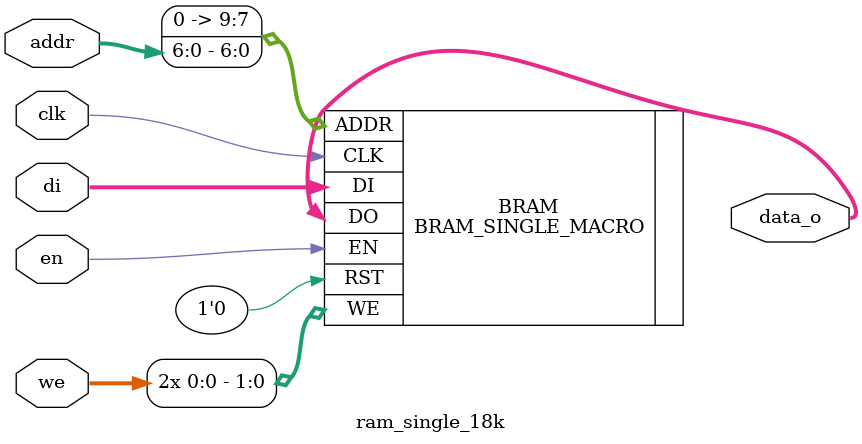
<source format=v>
`ifndef _RAM_SINGLE_18K_V_
`define _RAM_SINGLE_18K_V_
`default_nettype none

module ram_single_18k #(
   parameter INITFILE      = "",
   parameter ADDRESS_WIDTH = 7,
   parameter DATA_WIDTH    = 16,
   parameter INIT_00       = 256'h0000000000000000000000000000000000000000000000000000000000000000,
   parameter INIT_01       = 256'h0000000000000000000000000000000000000000000000000000000000000000,
   parameter INIT_02       = 256'h0000000000000000000000000000000000000000000000000000000000000000,
   parameter INIT_03       = 256'h0000000000000000000000000000000000000000000000000000000000000000,
   parameter INIT_04       = 256'h0000000000000000000000000000000000000000000000000000000000000000,
   parameter INIT_05       = 256'h0000000000000000000000000000000000000000000000000000000000000000,
   parameter INIT_06       = 256'h0000000000000000000000000000000000000000000000000000000000000000,
   parameter INIT_07       = 256'h0000000000000000000000000000000000000000000000000000000000000000,
   parameter INIT_08       = 256'h0000000000000000000000000000000000000000000000000000000000000000,
   parameter INIT_09       = 256'h0000000000000000000000000000000000000000000000000000000000000000,
   parameter INIT_0A       = 256'h0000000000000000000000000000000000000000000000000000000000000000,
   parameter INIT_0B       = 256'h0000000000000000000000000000000000000000000000000000000000000000,
   parameter INIT_0C       = 256'h0000000000000000000000000000000000000000000000000000000000000000,
   parameter INIT_0D       = 256'h0000000000000000000000000000000000000000000000000000000000000000,
   parameter INIT_0E       = 256'h0000000000000000000000000000000000000000000000000000000000000000,
   parameter INIT_0F       = 256'h0000000000000000000000000000000000000000000000000000000000000000,
   parameter INIT_10       = 256'h0000000000000000000000000000000000000000000000000000000000000000,
   parameter INIT_11       = 256'h0000000000000000000000000000000000000000000000000000000000000000,
   parameter INIT_12       = 256'h0000000000000000000000000000000000000000000000000000000000000000,
   parameter INIT_13       = 256'h0000000000000000000000000000000000000000000000000000000000000000,
   parameter INIT_14       = 256'h0000000000000000000000000000000000000000000000000000000000000000,
   parameter INIT_15       = 256'h0000000000000000000000000000000000000000000000000000000000000000,
   parameter INIT_16       = 256'h0000000000000000000000000000000000000000000000000000000000000000,
   parameter INIT_17       = 256'h0000000000000000000000000000000000000000000000000000000000000000,
   parameter INIT_18       = 256'h0000000000000000000000000000000000000000000000000000000000000000,
   parameter INIT_19       = 256'h0000000000000000000000000000000000000000000000000000000000000000,
   parameter INIT_1A       = 256'h0000000000000000000000000000000000000000000000000000000000000000,
   parameter INIT_1B       = 256'h0000000000000000000000000000000000000000000000000000000000000000,
   parameter INIT_1C       = 256'h0000000000000000000000000000000000000000000000000000000000000000,
   parameter INIT_1D       = 256'h0000000000000000000000000000000000000000000000000000000000000000,
   parameter INIT_1E       = 256'h0000000000000000000000000000000000000000000000000000000000000000,
   parameter INIT_1F       = 256'h0000000000000000000000000000000000000000000000000000000000000000,
   parameter INIT_20       = 256'h0000000000000000000000000000000000000000000000000000000000000000,
   parameter INIT_21       = 256'h0000000000000000000000000000000000000000000000000000000000000000,
   parameter INIT_22       = 256'h0000000000000000000000000000000000000000000000000000000000000000,
   parameter INIT_23       = 256'h0000000000000000000000000000000000000000000000000000000000000000,
   parameter INIT_24       = 256'h0000000000000000000000000000000000000000000000000000000000000000,
   parameter INIT_25       = 256'h0000000000000000000000000000000000000000000000000000000000000000,
   parameter INIT_26       = 256'h0000000000000000000000000000000000000000000000000000000000000000,
   parameter INIT_27       = 256'h0000000000000000000000000000000000000000000000000000000000000000,
   parameter INIT_28       = 256'h0000000000000000000000000000000000000000000000000000000000000000,
   parameter INIT_29       = 256'h0000000000000000000000000000000000000000000000000000000000000000,
   parameter INIT_2A       = 256'h0000000000000000000000000000000000000000000000000000000000000000,
   parameter INIT_2B       = 256'h0000000000000000000000000000000000000000000000000000000000000000,
   parameter INIT_2C       = 256'h0000000000000000000000000000000000000000000000000000000000000000,
   parameter INIT_2D       = 256'h0000000000000000000000000000000000000000000000000000000000000000,
   parameter INIT_2E       = 256'h0000000000000000000000000000000000000000000000000000000000000000,
   parameter INIT_2F       = 256'h0000000000000000000000000000000000000000000000000000000000000000,
   parameter INIT_30       = 256'h0000000000000000000000000000000000000000000000000000000000000000,
   parameter INIT_31       = 256'h0000000000000000000000000000000000000000000000000000000000000000,
   parameter INIT_32       = 256'h0000000000000000000000000000000000000000000000000000000000000000,
   parameter INIT_33       = 256'h0000000000000000000000000000000000000000000000000000000000000000,
   parameter INIT_34       = 256'h0000000000000000000000000000000000000000000000000000000000000000,
   parameter INIT_35       = 256'h0000000000000000000000000000000000000000000000000000000000000000,
   parameter INIT_36       = 256'h0000000000000000000000000000000000000000000000000000000000000000,
   parameter INIT_37       = 256'h0000000000000000000000000000000000000000000000000000000000000000,
   parameter INIT_38       = 256'h0000000000000000000000000000000000000000000000000000000000000000,
   parameter INIT_39       = 256'h0000000000000000000000000000000000000000000000000000000000000000,
   parameter INIT_3A       = 256'h0000000000000000000000000000000000000000000000000000000000000000,
   parameter INIT_3B       = 256'h0000000000000000000000000000000000000000000000000000000000000000,
   parameter INIT_3C       = 256'h0000000000000000000000000000000000000000000000000000000000000000,
   parameter INIT_3D       = 256'h0000000000000000000000000000000000000000000000000000000000000000,
   parameter INIT_3E       = 256'h0000000000000000000000000000000000000000000000000000000000000000,
   parameter INIT_3F       = 256'h0000000000000000000000000000000000000000000000000000000000000000
) (
   input wire                          clk,
   input wire                          en,
   input wire                          we,
   input wire [ADDRESS_WIDTH-1:0]      addr,
   input wire signed [DATA_WIDTH-1:0]  di,
   output wire signed [DATA_WIDTH-1:0] data_o
);

   // TODO These should really be conditional on the chosen parameter
   // values. However, verilog does not allow putting these in a
   // generate block. Currently, they must be modified by hand until a
   // better solution is found.
   localparam XILINX_ADDR_WIDTH = 10;
   localparam ADDR_PADDING = XILINX_ADDR_WIDTH-ADDRESS_WIDTH;

   // TODO the address and write enable widths are incorrect. See the
   // Xilinx table for how to fix.
   BRAM_SINGLE_MACRO #(
      .BRAM_SIZE    ("18Kb"),
      .DEVICE       ("7SERIES"),
      .DO_REG       (0),
      .WRITE_WIDTH  (DATA_WIDTH),
      .READ_WIDTH   (DATA_WIDTH),
      // .INIT_FILE (INITFILE),
      .INIT_00      (INIT_00),
      .INIT_01      (INIT_01),
      .INIT_02      (INIT_02),
      .INIT_03      (INIT_03),
      .INIT_04      (INIT_04),
      .INIT_05      (INIT_05),
      .INIT_06      (INIT_06),
      .INIT_07      (INIT_07),
      .INIT_08      (INIT_08),
      .INIT_09      (INIT_09),
      .INIT_0A      (INIT_0A),
      .INIT_0B      (INIT_0B),
      .INIT_0C      (INIT_0C),
      .INIT_0D      (INIT_0D),
      .INIT_0E      (INIT_0E),
      .INIT_0F      (INIT_0F),
      .INIT_10      (INIT_10),
      .INIT_11      (INIT_11),
      .INIT_12      (INIT_12),
      .INIT_13      (INIT_13),
      .INIT_14      (INIT_14),
      .INIT_15      (INIT_15),
      .INIT_16      (INIT_16),
      .INIT_17      (INIT_17),
      .INIT_18      (INIT_18),
      .INIT_19      (INIT_19),
      .INIT_1A      (INIT_1A),
      .INIT_1B      (INIT_1B),
      .INIT_1C      (INIT_1C),
      .INIT_1D      (INIT_1D),
      .INIT_1E      (INIT_1E),
      .INIT_1F      (INIT_1F),
      .INIT_20      (INIT_20),
      .INIT_21      (INIT_21),
      .INIT_22      (INIT_22),
      .INIT_23      (INIT_23),
      .INIT_24      (INIT_24),
      .INIT_25      (INIT_25),
      .INIT_26      (INIT_26),
      .INIT_27      (INIT_27),
      .INIT_28      (INIT_28),
      .INIT_29      (INIT_29),
      .INIT_2A      (INIT_2A),
      .INIT_2B      (INIT_2B),
      .INIT_2C      (INIT_2C),
      .INIT_2D      (INIT_2D),
      .INIT_2E      (INIT_2E),
      .INIT_2F      (INIT_2F),
      .INIT_30      (INIT_30),
      .INIT_31      (INIT_31),
      .INIT_32      (INIT_32),
      .INIT_33      (INIT_33),
      .INIT_34      (INIT_34),
      .INIT_35      (INIT_35),
      .INIT_36      (INIT_36),
      .INIT_37      (INIT_37),
      .INIT_38      (INIT_38),
      .INIT_39      (INIT_39),
      .INIT_3A      (INIT_3A),
      .INIT_3B      (INIT_3B),
      .INIT_3C      (INIT_3C),
      .INIT_3D      (INIT_3D),
      .INIT_3E      (INIT_3E),
      .INIT_3F      (INIT_3F),
      .WRITE_MODE   ("NO_CHANGE")
   ) BRAM (
      .DO   (data_o),
      .DI   (di),
      .ADDR ({{ADDR_PADDING{1'b0}}, addr}),
      .CLK  (clk),
      .EN   (en),
      .RST  (1'b0),
      .WE   ({we, we})
   );

endmodule

`ifdef RAM_SINGLE_18K_SIMULATE

`include "BRAM_SINGLE_MACRO.v"
`include "RAMB18E1.v"
`include "glbl.v"
`timescale 1ns/1ps
module ram_single_18k_tb;

   localparam N_LOG2 = 10;
   localparam TWIDDLE_WIDTH = 10;

   reg clk_i = 0;

   always #12.5 clk_i = !clk_i;

   reg [N_LOG2-1:0] stage2_ctr_wm = 0;

   always @(posedge clk_i) begin
      stage2_ctr_wm <= stage2_ctr_wm + 1'b1;
   end

   initial begin
      $dumpfile("tb/ram_single_18k_tb.vcd");
      $dumpvars(0, ram_single_18k_tb);

      #100000 $finish;
   end

   wire signed [TWIDDLE_WIDTH-1:0]      w_s0_re;
   ram_single_18k #(
      .INITFILE      ("fft_r22sdf_rom_s1_re.hex"),
      .ADDRESS_WIDTH (N_LOG2-1),
      .DATA_WIDTH    (TWIDDLE_WIDTH)
   ) rom_w_s0_re (
      .clk    (clk_i),
      .en     (1'b1),
      .we     (1'b0),
      .addr   (stage2_ctr_wm),
      .data_o (w_s0_re)
   );

endmodule
`endif
`endif

</source>
